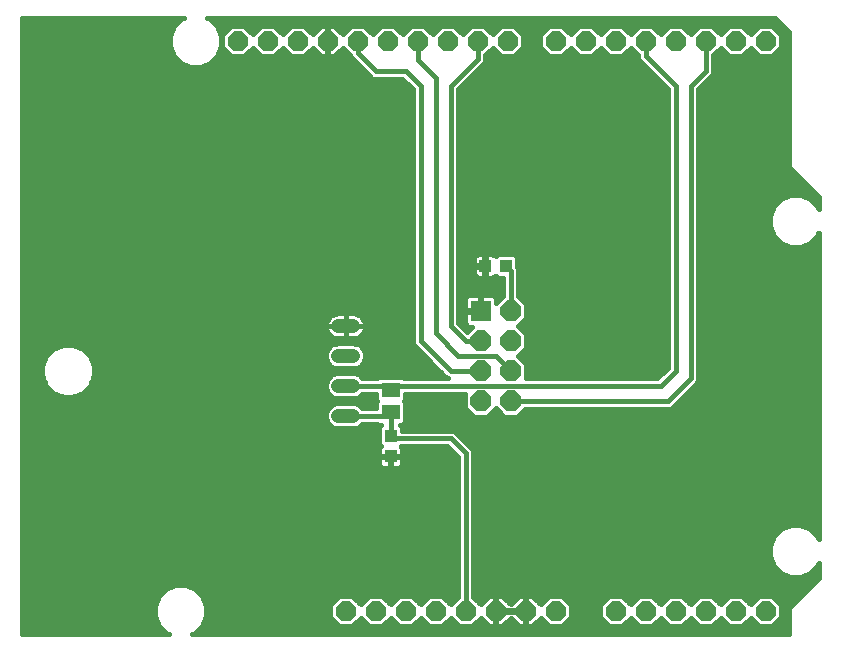
<source format=gtl>
G04 This is an RS-274x file exported by *
G04 gerbv version 2.6.1 *
G04 More information is available about gerbv at *
G04 http://gerbv.geda-project.org/ *
G04 --End of header info--*
%MOIN*%
%FSLAX34Y34*%
%IPPOS*%
G04 --Define apertures--*
%AMMACRO10*
5,1,8,0.000000,0.000000,0.071438,22.500000*
%
%ADD10MACRO10*%
%ADD11C,0.0472*%
%ADD12R,0.0425X0.0413*%
%ADD13R,0.0630X0.0512*%
%ADD14R,0.0413X0.0425*%
%ADD15R,0.0700X0.0700*%
%AMMACRO16*
5,1,8,0.000000,0.000000,0.075767,22.500000*
%
%ADD16MACRO16*%
%ADD17C,0.0160*%
G04 --Start main section--*
G54D10*
G01X0013260Y0001500D03*
G01X0014260Y0001500D03*
G01X0015260Y0001500D03*
G01X0016260Y0001500D03*
G01X0017260Y0001500D03*
G01X0018260Y0001500D03*
G01X0019260Y0001500D03*
G01X0020260Y0001500D03*
G01X0022260Y0001500D03*
G01X0023260Y0001500D03*
G01X0024260Y0001500D03*
G01X0025260Y0001500D03*
G01X0026260Y0001500D03*
G01X0027260Y0001500D03*
G01X0027260Y0020500D03*
G01X0026260Y0020500D03*
G01X0025260Y0020500D03*
G01X0024260Y0020500D03*
G01X0023260Y0020500D03*
G01X0022260Y0020500D03*
G01X0021260Y0020500D03*
G01X0020260Y0020500D03*
G01X0018660Y0020500D03*
G01X0017660Y0020500D03*
G01X0016660Y0020500D03*
G01X0015660Y0020500D03*
G01X0014660Y0020500D03*
G01X0013660Y0020500D03*
G01X0012659Y0020500D03*
G01X0011660Y0020500D03*
G01X0010660Y0020500D03*
G01X0009660Y0020500D03*
G54D11*
G01X0013023Y0011000D02*
G01X0013496Y0011000D01*
G01X0013496Y0010000D02*
G01X0013023Y0010000D01*
G01X0013023Y0009000D02*
G01X0013496Y0009000D01*
G01X0013496Y0008000D02*
G01X0013023Y0008000D01*
G54D12*
G01X0014760Y0007345D03*
G01X0014760Y0006656D03*
G54D13*
G01X0014760Y0008126D03*
G01X0014760Y0008874D03*
G54D14*
G01X0017915Y0013000D03*
G01X0018604Y0013000D03*
G54D15*
G01X0017760Y0011500D03*
G54D16*
G01X0018760Y0011500D03*
G01X0018760Y0010500D03*
G01X0017760Y0010500D03*
G01X0017760Y0009500D03*
G01X0018760Y0009500D03*
G01X0018760Y0008500D03*
G01X0017760Y0008500D03*
G54D17*
G01X0002490Y0000730D02*
G01X0002490Y0021270D01*
G01X0002490Y0021270D02*
G01X0007871Y0021270D01*
G01X0007871Y0021270D02*
G01X0007772Y0021229D01*
G01X0007772Y0021229D02*
G01X0007531Y0020987D01*
G01X0007531Y0020987D02*
G01X0007400Y0020671D01*
G01X0007400Y0020671D02*
G01X0007400Y0020329D01*
G01X0007400Y0020329D02*
G01X0007531Y0020013D01*
G01X0007531Y0020013D02*
G01X0007772Y0019771D01*
G01X0007772Y0019771D02*
G01X0008089Y0019640D01*
G01X0008089Y0019640D02*
G01X0008431Y0019640D01*
G01X0008431Y0019640D02*
G01X0008747Y0019771D01*
G01X0008747Y0019771D02*
G01X0008989Y0020013D01*
G01X0008989Y0020013D02*
G01X0009119Y0020329D01*
G01X0009119Y0020329D02*
G01X0009119Y0020671D01*
G01X0009119Y0020671D02*
G01X0008989Y0020987D01*
G01X0008989Y0020987D02*
G01X0008747Y0021229D01*
G01X0008747Y0021229D02*
G01X0008648Y0021270D01*
G01X0008648Y0021270D02*
G01X0027564Y0021270D01*
G01X0027564Y0021270D02*
G01X0028030Y0020805D01*
G01X0028030Y0020805D02*
G01X0028030Y0016305D01*
G01X0028030Y0016305D02*
G01X0028164Y0016170D01*
G01X0028164Y0016170D02*
G01X0029030Y0015305D01*
G01X0029030Y0015305D02*
G01X0029030Y0014888D01*
G01X0029030Y0014888D02*
G01X0028989Y0014987D01*
G01X0028989Y0014987D02*
G01X0028747Y0015229D01*
G01X0028747Y0015229D02*
G01X0028431Y0015360D01*
G01X0028431Y0015360D02*
G01X0028089Y0015360D01*
G01X0028089Y0015360D02*
G01X0027772Y0015229D01*
G01X0027772Y0015229D02*
G01X0027531Y0014987D01*
G01X0027531Y0014987D02*
G01X0027400Y0014671D01*
G01X0027400Y0014671D02*
G01X0027400Y0014329D01*
G01X0027400Y0014329D02*
G01X0027531Y0014013D01*
G01X0027531Y0014013D02*
G01X0027772Y0013771D01*
G01X0027772Y0013771D02*
G01X0028089Y0013640D01*
G01X0028089Y0013640D02*
G01X0028431Y0013640D01*
G01X0028431Y0013640D02*
G01X0028747Y0013771D01*
G01X0028747Y0013771D02*
G01X0028989Y0014013D01*
G01X0028989Y0014013D02*
G01X0029030Y0014112D01*
G01X0029030Y0014112D02*
G01X0029030Y0003888D01*
G01X0029030Y0003888D02*
G01X0028989Y0003987D01*
G01X0028989Y0003987D02*
G01X0028747Y0004229D01*
G01X0028747Y0004229D02*
G01X0028431Y0004360D01*
G01X0028431Y0004360D02*
G01X0028089Y0004360D01*
G01X0028089Y0004360D02*
G01X0027772Y0004229D01*
G01X0027772Y0004229D02*
G01X0027531Y0003987D01*
G01X0027531Y0003987D02*
G01X0027400Y0003671D01*
G01X0027400Y0003671D02*
G01X0027400Y0003329D01*
G01X0027400Y0003329D02*
G01X0027531Y0003013D01*
G01X0027531Y0003013D02*
G01X0027772Y0002771D01*
G01X0027772Y0002771D02*
G01X0028089Y0002640D01*
G01X0028089Y0002640D02*
G01X0028431Y0002640D01*
G01X0028431Y0002640D02*
G01X0028747Y0002771D01*
G01X0028747Y0002771D02*
G01X0028989Y0003013D01*
G01X0028989Y0003013D02*
G01X0029030Y0003112D01*
G01X0029030Y0003112D02*
G01X0029030Y0002595D01*
G01X0029030Y0002595D02*
G01X0028030Y0001595D01*
G01X0028030Y0001595D02*
G01X0028030Y0000730D01*
G01X0028030Y0000730D02*
G01X0008148Y0000730D01*
G01X0008148Y0000730D02*
G01X0008247Y0000771D01*
G01X0008247Y0000771D02*
G01X0008489Y0001013D01*
G01X0008489Y0001013D02*
G01X0008619Y0001329D01*
G01X0008619Y0001329D02*
G01X0008619Y0001671D01*
G01X0008619Y0001671D02*
G01X0008489Y0001987D01*
G01X0008489Y0001987D02*
G01X0008247Y0002229D01*
G01X0008247Y0002229D02*
G01X0007931Y0002360D01*
G01X0007931Y0002360D02*
G01X0007589Y0002360D01*
G01X0007589Y0002360D02*
G01X0007272Y0002229D01*
G01X0007272Y0002229D02*
G01X0007030Y0001987D01*
G01X0007030Y0001987D02*
G01X0006900Y0001671D01*
G01X0006900Y0001671D02*
G01X0006900Y0001329D01*
G01X0006900Y0001329D02*
G01X0007030Y0001013D01*
G01X0007030Y0001013D02*
G01X0007272Y0000771D01*
G01X0007272Y0000771D02*
G01X0007371Y0000730D01*
G01X0007371Y0000730D02*
G01X0002490Y0000730D01*
G01X0002490Y0000820D02*
G01X0007224Y0000820D01*
G01X0007064Y0000980D02*
G01X0002490Y0000980D01*
G01X0002490Y0001139D02*
G01X0006978Y0001139D01*
G01X0006912Y0001299D02*
G01X0002490Y0001299D01*
G01X0002490Y0001459D02*
G01X0006900Y0001459D01*
G01X0006900Y0001619D02*
G01X0002490Y0001619D01*
G01X0002490Y0001779D02*
G01X0006944Y0001779D01*
G01X0007010Y0001939D02*
G01X0002490Y0001939D01*
G01X0002490Y0002099D02*
G01X0007142Y0002099D01*
G01X0007343Y0002258D02*
G01X0002490Y0002258D01*
G01X0002490Y0002418D02*
G01X0017000Y0002418D01*
G01X0017000Y0002258D02*
G01X0008176Y0002258D01*
G01X0008377Y0002099D02*
G01X0017000Y0002099D01*
G01X0017000Y0001961D02*
G01X0016760Y0001721D01*
G01X0016760Y0001721D02*
G01X0016471Y0002010D01*
G01X0016471Y0002010D02*
G01X0016048Y0002010D01*
G01X0016048Y0002010D02*
G01X0015760Y0001721D01*
G01X0015760Y0001721D02*
G01X0015471Y0002010D01*
G01X0015471Y0002010D02*
G01X0015048Y0002010D01*
G01X0015048Y0002010D02*
G01X0014760Y0001721D01*
G01X0014760Y0001721D02*
G01X0014471Y0002010D01*
G01X0014471Y0002010D02*
G01X0014048Y0002010D01*
G01X0014048Y0002010D02*
G01X0013760Y0001721D01*
G01X0013760Y0001721D02*
G01X0013471Y0002010D01*
G01X0013471Y0002010D02*
G01X0013048Y0002010D01*
G01X0013048Y0002010D02*
G01X0012750Y0001711D01*
G01X0012750Y0001711D02*
G01X0012750Y0001289D01*
G01X0012750Y0001289D02*
G01X0013048Y0000990D01*
G01X0013048Y0000990D02*
G01X0013471Y0000990D01*
G01X0013471Y0000990D02*
G01X0013760Y0001279D01*
G01X0013760Y0001279D02*
G01X0014048Y0000990D01*
G01X0014048Y0000990D02*
G01X0014471Y0000990D01*
G01X0014471Y0000990D02*
G01X0014760Y0001279D01*
G01X0014760Y0001279D02*
G01X0015048Y0000990D01*
G01X0015048Y0000990D02*
G01X0015471Y0000990D01*
G01X0015471Y0000990D02*
G01X0015760Y0001279D01*
G01X0015760Y0001279D02*
G01X0016048Y0000990D01*
G01X0016048Y0000990D02*
G01X0016471Y0000990D01*
G01X0016471Y0000990D02*
G01X0016760Y0001279D01*
G01X0016760Y0001279D02*
G01X0017048Y0000990D01*
G01X0017048Y0000990D02*
G01X0017471Y0000990D01*
G01X0017471Y0000990D02*
G01X0017760Y0001279D01*
G01X0017760Y0001279D02*
G01X0018048Y0000990D01*
G01X0018048Y0000990D02*
G01X0018241Y0000990D01*
G01X0018241Y0000990D02*
G01X0018241Y0001482D01*
G01X0018241Y0001482D02*
G01X0018278Y0001482D01*
G01X0018278Y0001482D02*
G01X0018278Y0000990D01*
G01X0018278Y0000990D02*
G01X0018471Y0000990D01*
G01X0018471Y0000990D02*
G01X0018760Y0001279D01*
G01X0018760Y0001279D02*
G01X0019048Y0000990D01*
G01X0019048Y0000990D02*
G01X0019241Y0000990D01*
G01X0019241Y0000990D02*
G01X0019241Y0001482D01*
G01X0019241Y0001482D02*
G01X0018278Y0001482D01*
G01X0018278Y0001482D02*
G01X0018278Y0001518D01*
G01X0018278Y0001518D02*
G01X0018241Y0001518D01*
G01X0018241Y0001518D02*
G01X0018241Y0002010D01*
G01X0018241Y0002010D02*
G01X0018048Y0002010D01*
G01X0018048Y0002010D02*
G01X0017760Y0001721D01*
G01X0017760Y0001721D02*
G01X0017520Y0001961D01*
G01X0017520Y0001961D02*
G01X0017520Y0006802D01*
G01X0017520Y0006802D02*
G01X0017480Y0006897D01*
G01X0017480Y0006897D02*
G01X0016980Y0007397D01*
G01X0016980Y0007397D02*
G01X0016907Y0007470D01*
G01X0016907Y0007470D02*
G01X0016811Y0007510D01*
G01X0016811Y0007510D02*
G01X0015152Y0007510D01*
G01X0015152Y0007510D02*
G01X0015152Y0007626D01*
G01X0015152Y0007626D02*
G01X0015088Y0007690D01*
G01X0015088Y0007690D02*
G01X0015149Y0007690D01*
G01X0015149Y0007690D02*
G01X0015255Y0007796D01*
G01X0015255Y0007796D02*
G01X0015255Y0008456D01*
G01X0015255Y0008456D02*
G01X0015211Y0008500D01*
G01X0015211Y0008500D02*
G01X0015255Y0008544D01*
G01X0015255Y0008544D02*
G01X0015255Y0008740D01*
G01X0015255Y0008740D02*
G01X0017250Y0008740D01*
G01X0017250Y0008740D02*
G01X0017230Y0008720D01*
G01X0017230Y0008720D02*
G01X0017230Y0008281D01*
G01X0017230Y0008281D02*
G01X0017540Y0007970D01*
G01X0017540Y0007970D02*
G01X0017979Y0007970D01*
G01X0017979Y0007970D02*
G01X0018260Y0008251D01*
G01X0018260Y0008251D02*
G01X0018540Y0007970D01*
G01X0018540Y0007970D02*
G01X0018979Y0007970D01*
G01X0018979Y0007970D02*
G01X0019249Y0008240D01*
G01X0019249Y0008240D02*
G01X0024061Y0008240D01*
G01X0024061Y0008240D02*
G01X0024157Y0008280D01*
G01X0024157Y0008280D02*
G01X0024230Y0008353D01*
G01X0024230Y0008353D02*
G01X0024980Y0009103D01*
G01X0024980Y0009103D02*
G01X0025020Y0009198D01*
G01X0025020Y0009198D02*
G01X0025020Y0018892D01*
G01X0025020Y0018892D02*
G01X0025480Y0019353D01*
G01X0025480Y0019353D02*
G01X0025520Y0019448D01*
G01X0025520Y0019448D02*
G01X0025520Y0020039D01*
G01X0025520Y0020039D02*
G01X0025760Y0020279D01*
G01X0025760Y0020279D02*
G01X0026048Y0019990D01*
G01X0026048Y0019990D02*
G01X0026471Y0019990D01*
G01X0026471Y0019990D02*
G01X0026760Y0020279D01*
G01X0026760Y0020279D02*
G01X0027048Y0019990D01*
G01X0027048Y0019990D02*
G01X0027471Y0019990D01*
G01X0027471Y0019990D02*
G01X0027769Y0020289D01*
G01X0027769Y0020289D02*
G01X0027769Y0020711D01*
G01X0027769Y0020711D02*
G01X0027471Y0021010D01*
G01X0027471Y0021010D02*
G01X0027048Y0021010D01*
G01X0027048Y0021010D02*
G01X0026760Y0020721D01*
G01X0026760Y0020721D02*
G01X0026471Y0021010D01*
G01X0026471Y0021010D02*
G01X0026048Y0021010D01*
G01X0026048Y0021010D02*
G01X0025760Y0020721D01*
G01X0025760Y0020721D02*
G01X0025471Y0021010D01*
G01X0025471Y0021010D02*
G01X0025048Y0021010D01*
G01X0025048Y0021010D02*
G01X0024760Y0020721D01*
G01X0024760Y0020721D02*
G01X0024471Y0021010D01*
G01X0024471Y0021010D02*
G01X0024048Y0021010D01*
G01X0024048Y0021010D02*
G01X0023760Y0020721D01*
G01X0023760Y0020721D02*
G01X0023471Y0021010D01*
G01X0023471Y0021010D02*
G01X0023048Y0021010D01*
G01X0023048Y0021010D02*
G01X0022760Y0020721D01*
G01X0022760Y0020721D02*
G01X0022471Y0021010D01*
G01X0022471Y0021010D02*
G01X0022048Y0021010D01*
G01X0022048Y0021010D02*
G01X0021760Y0020721D01*
G01X0021760Y0020721D02*
G01X0021471Y0021010D01*
G01X0021471Y0021010D02*
G01X0021048Y0021010D01*
G01X0021048Y0021010D02*
G01X0020760Y0020721D01*
G01X0020760Y0020721D02*
G01X0020471Y0021010D01*
G01X0020471Y0021010D02*
G01X0020048Y0021010D01*
G01X0020048Y0021010D02*
G01X0019750Y0020711D01*
G01X0019750Y0020711D02*
G01X0019750Y0020289D01*
G01X0019750Y0020289D02*
G01X0020048Y0019990D01*
G01X0020048Y0019990D02*
G01X0020471Y0019990D01*
G01X0020471Y0019990D02*
G01X0020760Y0020279D01*
G01X0020760Y0020279D02*
G01X0021048Y0019990D01*
G01X0021048Y0019990D02*
G01X0021471Y0019990D01*
G01X0021471Y0019990D02*
G01X0021760Y0020279D01*
G01X0021760Y0020279D02*
G01X0022048Y0019990D01*
G01X0022048Y0019990D02*
G01X0022471Y0019990D01*
G01X0022471Y0019990D02*
G01X0022760Y0020279D01*
G01X0022760Y0020279D02*
G01X0023000Y0020039D01*
G01X0023000Y0020039D02*
G01X0023000Y0019948D01*
G01X0023000Y0019948D02*
G01X0023039Y0019853D01*
G01X0023039Y0019853D02*
G01X0024000Y0018892D01*
G01X0024000Y0018892D02*
G01X0024000Y0009608D01*
G01X0024000Y0009608D02*
G01X0023652Y0009260D01*
G01X0023652Y0009260D02*
G01X0019269Y0009260D01*
G01X0019269Y0009260D02*
G01X0019290Y0009281D01*
G01X0019290Y0009281D02*
G01X0019290Y0009720D01*
G01X0019290Y0009720D02*
G01X0019009Y0010000D01*
G01X0019009Y0010000D02*
G01X0019290Y0010280D01*
G01X0019290Y0010280D02*
G01X0019290Y0010720D01*
G01X0019290Y0010720D02*
G01X0019009Y0011000D01*
G01X0019009Y0011000D02*
G01X0019290Y0011281D01*
G01X0019290Y0011281D02*
G01X0019290Y0011720D01*
G01X0019290Y0011720D02*
G01X0019020Y0011990D01*
G01X0019020Y0011990D02*
G01X0019020Y0012896D01*
G01X0019020Y0012896D02*
G01X0018991Y0012966D01*
G01X0018991Y0012966D02*
G01X0018991Y0013287D01*
G01X0018991Y0013287D02*
G01X0018885Y0013393D01*
G01X0018885Y0013393D02*
G01X0018323Y0013393D01*
G01X0018323Y0013393D02*
G01X0018260Y0013329D01*
G01X0018260Y0013329D02*
G01X0018232Y0013357D01*
G01X0018232Y0013357D02*
G01X0018191Y0013380D01*
G01X0018191Y0013380D02*
G01X0018145Y0013393D01*
G01X0018145Y0013393D02*
G01X0017938Y0013393D01*
G01X0017938Y0013393D02*
G01X0017938Y0013023D01*
G01X0017938Y0013023D02*
G01X0017892Y0013023D01*
G01X0017892Y0013023D02*
G01X0017892Y0013393D01*
G01X0017892Y0013393D02*
G01X0017685Y0013393D01*
G01X0017685Y0013393D02*
G01X0017639Y0013380D01*
G01X0017639Y0013380D02*
G01X0017598Y0013357D01*
G01X0017598Y0013357D02*
G01X0017564Y0013323D01*
G01X0017564Y0013323D02*
G01X0017541Y0013282D01*
G01X0017541Y0013282D02*
G01X0017528Y0013236D01*
G01X0017528Y0013236D02*
G01X0017528Y0013023D01*
G01X0017528Y0013023D02*
G01X0017892Y0013023D01*
G01X0017892Y0013023D02*
G01X0017892Y0012977D01*
G01X0017892Y0012977D02*
G01X0017528Y0012977D01*
G01X0017528Y0012977D02*
G01X0017528Y0012764D01*
G01X0017528Y0012764D02*
G01X0017541Y0012718D01*
G01X0017541Y0012718D02*
G01X0017564Y0012677D01*
G01X0017564Y0012677D02*
G01X0017598Y0012643D01*
G01X0017598Y0012643D02*
G01X0017639Y0012620D01*
G01X0017639Y0012620D02*
G01X0017685Y0012607D01*
G01X0017685Y0012607D02*
G01X0017892Y0012607D01*
G01X0017892Y0012607D02*
G01X0017892Y0012977D01*
G01X0017892Y0012977D02*
G01X0017938Y0012977D01*
G01X0017938Y0012977D02*
G01X0017938Y0012607D01*
G01X0017938Y0012607D02*
G01X0018145Y0012607D01*
G01X0018145Y0012607D02*
G01X0018191Y0012620D01*
G01X0018191Y0012620D02*
G01X0018232Y0012643D01*
G01X0018232Y0012643D02*
G01X0018260Y0012671D01*
G01X0018260Y0012671D02*
G01X0018323Y0012607D01*
G01X0018323Y0012607D02*
G01X0018500Y0012607D01*
G01X0018500Y0012607D02*
G01X0018500Y0011990D01*
G01X0018500Y0011990D02*
G01X0018290Y0011780D01*
G01X0018290Y0011780D02*
G01X0018290Y0011874D01*
G01X0018290Y0011874D02*
G01X0018277Y0011920D01*
G01X0018277Y0011920D02*
G01X0018254Y0011961D01*
G01X0018254Y0011961D02*
G01X0018220Y0011994D01*
G01X0018220Y0011994D02*
G01X0018179Y0012018D01*
G01X0018179Y0012018D02*
G01X0018133Y0012030D01*
G01X0018133Y0012030D02*
G01X0017778Y0012030D01*
G01X0017778Y0012030D02*
G01X0017778Y0011518D01*
G01X0017778Y0011518D02*
G01X0017741Y0011518D01*
G01X0017741Y0011518D02*
G01X0017741Y0011482D01*
G01X0017741Y0011482D02*
G01X0017230Y0011482D01*
G01X0017230Y0011482D02*
G01X0017230Y0011126D01*
G01X0017230Y0011126D02*
G01X0017242Y0011081D01*
G01X0017242Y0011081D02*
G01X0017266Y0011040D01*
G01X0017266Y0011040D02*
G01X0017299Y0011006D01*
G01X0017299Y0011006D02*
G01X0017340Y0010982D01*
G01X0017340Y0010982D02*
G01X0017386Y0010970D01*
G01X0017386Y0010970D02*
G01X0017480Y0010970D01*
G01X0017480Y0010970D02*
G01X0017319Y0010809D01*
G01X0017319Y0010809D02*
G01X0017020Y0011108D01*
G01X0017020Y0011108D02*
G01X0017020Y0018892D01*
G01X0017020Y0018892D02*
G01X0017880Y0019753D01*
G01X0017880Y0019753D02*
G01X0017920Y0019848D01*
G01X0017920Y0019848D02*
G01X0017920Y0020039D01*
G01X0017920Y0020039D02*
G01X0018160Y0020279D01*
G01X0018160Y0020279D02*
G01X0018448Y0019990D01*
G01X0018448Y0019990D02*
G01X0018871Y0019990D01*
G01X0018871Y0019990D02*
G01X0019170Y0020289D01*
G01X0019170Y0020289D02*
G01X0019170Y0020711D01*
G01X0019170Y0020711D02*
G01X0018871Y0021010D01*
G01X0018871Y0021010D02*
G01X0018448Y0021010D01*
G01X0018448Y0021010D02*
G01X0018160Y0020721D01*
G01X0018160Y0020721D02*
G01X0017871Y0021010D01*
G01X0017871Y0021010D02*
G01X0017448Y0021010D01*
G01X0017448Y0021010D02*
G01X0017160Y0020721D01*
G01X0017160Y0020721D02*
G01X0016871Y0021010D01*
G01X0016871Y0021010D02*
G01X0016448Y0021010D01*
G01X0016448Y0021010D02*
G01X0016160Y0020721D01*
G01X0016160Y0020721D02*
G01X0015871Y0021010D01*
G01X0015871Y0021010D02*
G01X0015448Y0021010D01*
G01X0015448Y0021010D02*
G01X0015159Y0020721D01*
G01X0015159Y0020721D02*
G01X0014871Y0021010D01*
G01X0014871Y0021010D02*
G01X0014448Y0021010D01*
G01X0014448Y0021010D02*
G01X0014160Y0020721D01*
G01X0014160Y0020721D02*
G01X0013871Y0021010D01*
G01X0013871Y0021010D02*
G01X0013448Y0021010D01*
G01X0013448Y0021010D02*
G01X0013160Y0020721D01*
G01X0013160Y0020721D02*
G01X0012871Y0021010D01*
G01X0012871Y0021010D02*
G01X0012678Y0021010D01*
G01X0012678Y0021010D02*
G01X0012678Y0020518D01*
G01X0012678Y0020518D02*
G01X0012641Y0020518D01*
G01X0012641Y0020518D02*
G01X0012641Y0021010D01*
G01X0012641Y0021010D02*
G01X0012448Y0021010D01*
G01X0012448Y0021010D02*
G01X0012160Y0020721D01*
G01X0012160Y0020721D02*
G01X0011871Y0021010D01*
G01X0011871Y0021010D02*
G01X0011448Y0021010D01*
G01X0011448Y0021010D02*
G01X0011160Y0020721D01*
G01X0011160Y0020721D02*
G01X0010871Y0021010D01*
G01X0010871Y0021010D02*
G01X0010448Y0021010D01*
G01X0010448Y0021010D02*
G01X0010159Y0020721D01*
G01X0010159Y0020721D02*
G01X0009871Y0021010D01*
G01X0009871Y0021010D02*
G01X0009448Y0021010D01*
G01X0009448Y0021010D02*
G01X0009150Y0020711D01*
G01X0009150Y0020711D02*
G01X0009150Y0020289D01*
G01X0009150Y0020289D02*
G01X0009448Y0019990D01*
G01X0009448Y0019990D02*
G01X0009871Y0019990D01*
G01X0009871Y0019990D02*
G01X0010159Y0020279D01*
G01X0010159Y0020279D02*
G01X0010448Y0019990D01*
G01X0010448Y0019990D02*
G01X0010871Y0019990D01*
G01X0010871Y0019990D02*
G01X0011160Y0020279D01*
G01X0011160Y0020279D02*
G01X0011448Y0019990D01*
G01X0011448Y0019990D02*
G01X0011871Y0019990D01*
G01X0011871Y0019990D02*
G01X0012160Y0020279D01*
G01X0012160Y0020279D02*
G01X0012448Y0019990D01*
G01X0012448Y0019990D02*
G01X0012641Y0019990D01*
G01X0012641Y0019990D02*
G01X0012641Y0020482D01*
G01X0012641Y0020482D02*
G01X0012678Y0020482D01*
G01X0012678Y0020482D02*
G01X0012678Y0019990D01*
G01X0012678Y0019990D02*
G01X0012871Y0019990D01*
G01X0012871Y0019990D02*
G01X0013160Y0020279D01*
G01X0013160Y0020279D02*
G01X0013406Y0020032D01*
G01X0013406Y0020032D02*
G01X0013439Y0019953D01*
G01X0013439Y0019953D02*
G01X0014039Y0019353D01*
G01X0014039Y0019353D02*
G01X0014112Y0019280D01*
G01X0014112Y0019280D02*
G01X0014208Y0019240D01*
G01X0014208Y0019240D02*
G01X0015152Y0019240D01*
G01X0015152Y0019240D02*
G01X0015500Y0018892D01*
G01X0015500Y0018892D02*
G01X0015500Y0010448D01*
G01X0015500Y0010448D02*
G01X0015539Y0010353D01*
G01X0015539Y0010353D02*
G01X0016612Y0009280D01*
G01X0016612Y0009280D02*
G01X0016660Y0009260D01*
G01X0016660Y0009260D02*
G01X0015199Y0009260D01*
G01X0015199Y0009260D02*
G01X0015149Y0009310D01*
G01X0015149Y0009310D02*
G01X0014370Y0009310D01*
G01X0014370Y0009310D02*
G01X0014320Y0009260D01*
G01X0014320Y0009260D02*
G01X0013824Y0009260D01*
G01X0013824Y0009260D02*
G01X0013732Y0009353D01*
G01X0013732Y0009353D02*
G01X0013579Y0009416D01*
G01X0013579Y0009416D02*
G01X0012941Y0009416D01*
G01X0012941Y0009416D02*
G01X0012788Y0009353D01*
G01X0012788Y0009353D02*
G01X0012670Y0009236D01*
G01X0012670Y0009236D02*
G01X0012607Y0009083D01*
G01X0012607Y0009083D02*
G01X0012607Y0008917D01*
G01X0012607Y0008917D02*
G01X0012670Y0008764D01*
G01X0012670Y0008764D02*
G01X0012788Y0008647D01*
G01X0012788Y0008647D02*
G01X0012941Y0008584D01*
G01X0012941Y0008584D02*
G01X0013579Y0008584D01*
G01X0013579Y0008584D02*
G01X0013732Y0008647D01*
G01X0013732Y0008647D02*
G01X0013824Y0008740D01*
G01X0013824Y0008740D02*
G01X0014265Y0008740D01*
G01X0014265Y0008740D02*
G01X0014265Y0008544D01*
G01X0014265Y0008544D02*
G01X0014308Y0008500D01*
G01X0014308Y0008500D02*
G01X0014265Y0008456D01*
G01X0014265Y0008456D02*
G01X0014265Y0008260D01*
G01X0014265Y0008260D02*
G01X0013824Y0008260D01*
G01X0013824Y0008260D02*
G01X0013732Y0008353D01*
G01X0013732Y0008353D02*
G01X0013579Y0008416D01*
G01X0013579Y0008416D02*
G01X0012941Y0008416D01*
G01X0012941Y0008416D02*
G01X0012788Y0008353D01*
G01X0012788Y0008353D02*
G01X0012670Y0008236D01*
G01X0012670Y0008236D02*
G01X0012607Y0008083D01*
G01X0012607Y0008083D02*
G01X0012607Y0007917D01*
G01X0012607Y0007917D02*
G01X0012670Y0007764D01*
G01X0012670Y0007764D02*
G01X0012788Y0007647D01*
G01X0012788Y0007647D02*
G01X0012941Y0007584D01*
G01X0012941Y0007584D02*
G01X0013579Y0007584D01*
G01X0013579Y0007584D02*
G01X0013732Y0007647D01*
G01X0013732Y0007647D02*
G01X0013824Y0007740D01*
G01X0013824Y0007740D02*
G01X0014320Y0007740D01*
G01X0014320Y0007740D02*
G01X0014370Y0007690D01*
G01X0014370Y0007690D02*
G01X0014431Y0007690D01*
G01X0014431Y0007690D02*
G01X0014367Y0007626D01*
G01X0014367Y0007626D02*
G01X0014367Y0007063D01*
G01X0014367Y0007063D02*
G01X0014430Y0007000D01*
G01X0014430Y0007000D02*
G01X0014403Y0006973D01*
G01X0014403Y0006973D02*
G01X0014379Y0006932D01*
G01X0014379Y0006932D02*
G01X0014367Y0006886D01*
G01X0014367Y0006886D02*
G01X0014367Y0006679D01*
G01X0014367Y0006679D02*
G01X0014736Y0006679D01*
G01X0014736Y0006679D02*
G01X0014736Y0006632D01*
G01X0014736Y0006632D02*
G01X0014783Y0006632D01*
G01X0014783Y0006632D02*
G01X0014783Y0006679D01*
G01X0014783Y0006679D02*
G01X0015152Y0006679D01*
G01X0015152Y0006679D02*
G01X0015152Y0006886D01*
G01X0015152Y0006886D02*
G01X0015140Y0006932D01*
G01X0015140Y0006932D02*
G01X0015116Y0006973D01*
G01X0015116Y0006973D02*
G01X0015099Y0006990D01*
G01X0015099Y0006990D02*
G01X0016652Y0006990D01*
G01X0016652Y0006990D02*
G01X0017000Y0006642D01*
G01X0017000Y0006642D02*
G01X0017000Y0001961D01*
G01X0016977Y0001939D02*
G01X0016542Y0001939D01*
G01X0016702Y0001779D02*
G01X0016817Y0001779D01*
G01X0017260Y0001500D02*
G01X0017260Y0006750D01*
G01X0017260Y0006750D02*
G01X0016760Y0007250D01*
G01X0016760Y0007250D02*
G01X0014854Y0007250D01*
G01X0014854Y0007250D02*
G01X0014760Y0007345D01*
G01X0014760Y0007345D02*
G01X0014760Y0008126D01*
G01X0014760Y0008126D02*
G01X0014634Y0008000D01*
G01X0014634Y0008000D02*
G01X0013260Y0008000D01*
G01X0013778Y0007693D02*
G01X0014367Y0007693D01*
G01X0014367Y0007533D02*
G01X0002490Y0007533D01*
G01X0002490Y0007374D02*
G01X0014367Y0007374D01*
G01X0014367Y0007214D02*
G01X0002490Y0007214D01*
G01X0002490Y0007054D02*
G01X0014376Y0007054D01*
G01X0014369Y0006894D02*
G01X0002490Y0006894D01*
G01X0002490Y0006734D02*
G01X0014367Y0006734D01*
G01X0014367Y0006632D02*
G01X0014367Y0006425D01*
G01X0014367Y0006425D02*
G01X0014379Y0006379D01*
G01X0014379Y0006379D02*
G01X0014403Y0006338D01*
G01X0014403Y0006338D02*
G01X0014436Y0006305D01*
G01X0014436Y0006305D02*
G01X0014477Y0006281D01*
G01X0014477Y0006281D02*
G01X0014523Y0006269D01*
G01X0014523Y0006269D02*
G01X0014736Y0006269D01*
G01X0014736Y0006269D02*
G01X0014736Y0006632D01*
G01X0014736Y0006632D02*
G01X0014367Y0006632D01*
G01X0014367Y0006574D02*
G01X0002490Y0006574D01*
G01X0002490Y0006415D02*
G01X0014370Y0006415D01*
G01X0014736Y0006415D02*
G01X0014783Y0006415D01*
G01X0014783Y0006269D02*
G01X0014996Y0006269D01*
G01X0014996Y0006269D02*
G01X0015042Y0006281D01*
G01X0015042Y0006281D02*
G01X0015083Y0006305D01*
G01X0015083Y0006305D02*
G01X0015116Y0006338D01*
G01X0015116Y0006338D02*
G01X0015140Y0006379D01*
G01X0015140Y0006379D02*
G01X0015152Y0006425D01*
G01X0015152Y0006425D02*
G01X0015152Y0006632D01*
G01X0015152Y0006632D02*
G01X0014783Y0006632D01*
G01X0014783Y0006632D02*
G01X0014783Y0006269D01*
G01X0014783Y0006574D02*
G01X0014736Y0006574D01*
G01X0015152Y0006574D02*
G01X0017000Y0006574D01*
G01X0017000Y0006415D02*
G01X0015149Y0006415D01*
G01X0015152Y0006734D02*
G01X0016908Y0006734D01*
G01X0016748Y0006894D02*
G01X0015150Y0006894D01*
G01X0015152Y0007533D02*
G01X0029030Y0007533D01*
G01X0029030Y0007374D02*
G01X0017004Y0007374D01*
G01X0017164Y0007214D02*
G01X0029030Y0007214D01*
G01X0029030Y0007054D02*
G01X0017323Y0007054D01*
G01X0017481Y0006894D02*
G01X0029030Y0006894D01*
G01X0029030Y0006734D02*
G01X0017520Y0006734D01*
G01X0017520Y0006574D02*
G01X0029030Y0006574D01*
G01X0029030Y0006415D02*
G01X0017520Y0006415D01*
G01X0017520Y0006255D02*
G01X0029030Y0006255D01*
G01X0029030Y0006095D02*
G01X0017520Y0006095D01*
G01X0017520Y0005935D02*
G01X0029030Y0005935D01*
G01X0029030Y0005775D02*
G01X0017520Y0005775D01*
G01X0017520Y0005615D02*
G01X0029030Y0005615D01*
G01X0029030Y0005455D02*
G01X0017520Y0005455D01*
G01X0017520Y0005296D02*
G01X0029030Y0005296D01*
G01X0029030Y0005136D02*
G01X0017520Y0005136D01*
G01X0017520Y0004976D02*
G01X0029030Y0004976D01*
G01X0029030Y0004816D02*
G01X0017520Y0004816D01*
G01X0017520Y0004656D02*
G01X0029030Y0004656D01*
G01X0029030Y0004496D02*
G01X0017520Y0004496D01*
G01X0017520Y0004336D02*
G01X0028032Y0004336D01*
G01X0027720Y0004177D02*
G01X0017520Y0004177D01*
G01X0017520Y0004017D02*
G01X0027560Y0004017D01*
G01X0027477Y0003857D02*
G01X0017520Y0003857D01*
G01X0017520Y0003697D02*
G01X0027410Y0003697D01*
G01X0027400Y0003537D02*
G01X0017520Y0003537D01*
G01X0017520Y0003377D02*
G01X0027400Y0003377D01*
G01X0027446Y0003218D02*
G01X0017520Y0003218D01*
G01X0017520Y0003058D02*
G01X0027512Y0003058D01*
G01X0027646Y0002898D02*
G01X0017520Y0002898D01*
G01X0017520Y0002738D02*
G01X0027852Y0002738D01*
G01X0028667Y0002738D02*
G01X0029030Y0002738D01*
G01X0029030Y0002898D02*
G01X0028873Y0002898D01*
G01X0029007Y0003058D02*
G01X0029030Y0003058D01*
G01X0029012Y0002578D02*
G01X0017520Y0002578D01*
G01X0017520Y0002418D02*
G01X0028853Y0002418D01*
G01X0028693Y0002258D02*
G01X0017520Y0002258D01*
G01X0017520Y0002099D02*
G01X0028533Y0002099D01*
G01X0028373Y0001939D02*
G01X0027542Y0001939D01*
G01X0027471Y0002010D02*
G01X0027048Y0002010D01*
G01X0027048Y0002010D02*
G01X0026760Y0001721D01*
G01X0026760Y0001721D02*
G01X0026471Y0002010D01*
G01X0026471Y0002010D02*
G01X0026048Y0002010D01*
G01X0026048Y0002010D02*
G01X0025760Y0001721D01*
G01X0025760Y0001721D02*
G01X0025471Y0002010D01*
G01X0025471Y0002010D02*
G01X0025048Y0002010D01*
G01X0025048Y0002010D02*
G01X0024760Y0001721D01*
G01X0024760Y0001721D02*
G01X0024471Y0002010D01*
G01X0024471Y0002010D02*
G01X0024048Y0002010D01*
G01X0024048Y0002010D02*
G01X0023760Y0001721D01*
G01X0023760Y0001721D02*
G01X0023471Y0002010D01*
G01X0023471Y0002010D02*
G01X0023048Y0002010D01*
G01X0023048Y0002010D02*
G01X0022760Y0001721D01*
G01X0022760Y0001721D02*
G01X0022471Y0002010D01*
G01X0022471Y0002010D02*
G01X0022048Y0002010D01*
G01X0022048Y0002010D02*
G01X0021750Y0001711D01*
G01X0021750Y0001711D02*
G01X0021750Y0001289D01*
G01X0021750Y0001289D02*
G01X0022048Y0000990D01*
G01X0022048Y0000990D02*
G01X0022471Y0000990D01*
G01X0022471Y0000990D02*
G01X0022760Y0001279D01*
G01X0022760Y0001279D02*
G01X0023048Y0000990D01*
G01X0023048Y0000990D02*
G01X0023471Y0000990D01*
G01X0023471Y0000990D02*
G01X0023760Y0001279D01*
G01X0023760Y0001279D02*
G01X0024048Y0000990D01*
G01X0024048Y0000990D02*
G01X0024471Y0000990D01*
G01X0024471Y0000990D02*
G01X0024760Y0001279D01*
G01X0024760Y0001279D02*
G01X0025048Y0000990D01*
G01X0025048Y0000990D02*
G01X0025471Y0000990D01*
G01X0025471Y0000990D02*
G01X0025760Y0001279D01*
G01X0025760Y0001279D02*
G01X0026048Y0000990D01*
G01X0026048Y0000990D02*
G01X0026471Y0000990D01*
G01X0026471Y0000990D02*
G01X0026760Y0001279D01*
G01X0026760Y0001279D02*
G01X0027048Y0000990D01*
G01X0027048Y0000990D02*
G01X0027471Y0000990D01*
G01X0027471Y0000990D02*
G01X0027769Y0001289D01*
G01X0027769Y0001289D02*
G01X0027769Y0001711D01*
G01X0027769Y0001711D02*
G01X0027471Y0002010D01*
G01X0027702Y0001779D02*
G01X0028213Y0001779D01*
G01X0028053Y0001619D02*
G01X0027769Y0001619D01*
G01X0027769Y0001459D02*
G01X0028030Y0001459D01*
G01X0028030Y0001299D02*
G01X0027769Y0001299D01*
G01X0027620Y0001139D02*
G01X0028030Y0001139D01*
G01X0028030Y0000980D02*
G01X0008455Y0000980D01*
G01X0008541Y0001139D02*
G01X0012899Y0001139D01*
G01X0012750Y0001299D02*
G01X0008607Y0001299D01*
G01X0008619Y0001459D02*
G01X0012750Y0001459D01*
G01X0012750Y0001619D02*
G01X0008619Y0001619D01*
G01X0008575Y0001779D02*
G01X0012817Y0001779D01*
G01X0012977Y0001939D02*
G01X0008509Y0001939D01*
G01X0008295Y0000820D02*
G01X0028030Y0000820D01*
G01X0026899Y0001139D02*
G01X0026620Y0001139D01*
G01X0026702Y0001779D02*
G01X0026817Y0001779D01*
G01X0026977Y0001939D02*
G01X0026542Y0001939D01*
G01X0025977Y0001939D02*
G01X0025542Y0001939D01*
G01X0025702Y0001779D02*
G01X0025817Y0001779D01*
G01X0025899Y0001139D02*
G01X0025620Y0001139D01*
G01X0024899Y0001139D02*
G01X0024620Y0001139D01*
G01X0023899Y0001139D02*
G01X0023620Y0001139D01*
G01X0023702Y0001779D02*
G01X0023817Y0001779D01*
G01X0023977Y0001939D02*
G01X0023542Y0001939D01*
G01X0022977Y0001939D02*
G01X0022542Y0001939D01*
G01X0022702Y0001779D02*
G01X0022817Y0001779D01*
G01X0022899Y0001139D02*
G01X0022620Y0001139D01*
G01X0021899Y0001139D02*
G01X0020620Y0001139D01*
G01X0020770Y0001289D02*
G01X0020770Y0001711D01*
G01X0020770Y0001711D02*
G01X0020471Y0002010D01*
G01X0020471Y0002010D02*
G01X0020048Y0002010D01*
G01X0020048Y0002010D02*
G01X0019760Y0001721D01*
G01X0019760Y0001721D02*
G01X0019471Y0002010D01*
G01X0019471Y0002010D02*
G01X0019278Y0002010D01*
G01X0019278Y0002010D02*
G01X0019278Y0001518D01*
G01X0019278Y0001518D02*
G01X0019241Y0001518D01*
G01X0019241Y0001518D02*
G01X0019241Y0001482D01*
G01X0019241Y0001482D02*
G01X0019278Y0001482D01*
G01X0019278Y0001482D02*
G01X0019278Y0000990D01*
G01X0019278Y0000990D02*
G01X0019471Y0000990D01*
G01X0019471Y0000990D02*
G01X0019760Y0001279D01*
G01X0019760Y0001279D02*
G01X0020048Y0000990D01*
G01X0020048Y0000990D02*
G01X0020471Y0000990D01*
G01X0020471Y0000990D02*
G01X0020770Y0001289D01*
G01X0020770Y0001299D02*
G01X0021750Y0001299D01*
G01X0021750Y0001459D02*
G01X0020770Y0001459D01*
G01X0020770Y0001619D02*
G01X0021750Y0001619D01*
G01X0021817Y0001779D02*
G01X0020702Y0001779D01*
G01X0020542Y0001939D02*
G01X0021977Y0001939D01*
G01X0019977Y0001939D02*
G01X0019542Y0001939D01*
G01X0019702Y0001779D02*
G01X0019817Y0001779D01*
G01X0019278Y0001779D02*
G01X0019241Y0001779D01*
G01X0019241Y0001619D02*
G01X0019278Y0001619D01*
G01X0019241Y0001518D02*
G01X0019241Y0002010D01*
G01X0019241Y0002010D02*
G01X0019048Y0002010D01*
G01X0019048Y0002010D02*
G01X0018760Y0001721D01*
G01X0018760Y0001721D02*
G01X0018471Y0002010D01*
G01X0018471Y0002010D02*
G01X0018278Y0002010D01*
G01X0018278Y0002010D02*
G01X0018278Y0001518D01*
G01X0018278Y0001518D02*
G01X0018770Y0001518D01*
G01X0018770Y0001518D02*
G01X0019241Y0001518D01*
G01X0019241Y0001459D02*
G01X0019278Y0001459D01*
G01X0019278Y0001299D02*
G01X0019241Y0001299D01*
G01X0019241Y0001139D02*
G01X0019278Y0001139D01*
G01X0019620Y0001139D02*
G01X0019899Y0001139D01*
G01X0018899Y0001139D02*
G01X0018620Y0001139D01*
G01X0018278Y0001139D02*
G01X0018241Y0001139D01*
G01X0018241Y0001299D02*
G01X0018278Y0001299D01*
G01X0018278Y0001459D02*
G01X0018241Y0001459D01*
G01X0018241Y0001619D02*
G01X0018278Y0001619D01*
G01X0018278Y0001779D02*
G01X0018241Y0001779D01*
G01X0018241Y0001939D02*
G01X0018278Y0001939D01*
G01X0018542Y0001939D02*
G01X0018977Y0001939D01*
G01X0018817Y0001779D02*
G01X0018702Y0001779D01*
G01X0019241Y0001939D02*
G01X0019278Y0001939D01*
G01X0017977Y0001939D02*
G01X0017542Y0001939D01*
G01X0017702Y0001779D02*
G01X0017817Y0001779D01*
G01X0017899Y0001139D02*
G01X0017620Y0001139D01*
G01X0016899Y0001139D02*
G01X0016620Y0001139D01*
G01X0015899Y0001139D02*
G01X0015620Y0001139D01*
G01X0015702Y0001779D02*
G01X0015817Y0001779D01*
G01X0015977Y0001939D02*
G01X0015542Y0001939D01*
G01X0014977Y0001939D02*
G01X0014542Y0001939D01*
G01X0014702Y0001779D02*
G01X0014817Y0001779D01*
G01X0014899Y0001139D02*
G01X0014620Y0001139D01*
G01X0013899Y0001139D02*
G01X0013620Y0001139D01*
G01X0013702Y0001779D02*
G01X0013817Y0001779D01*
G01X0013977Y0001939D02*
G01X0013542Y0001939D01*
G01X0017000Y0002578D02*
G01X0002490Y0002578D01*
G01X0002490Y0002738D02*
G01X0017000Y0002738D01*
G01X0017000Y0002898D02*
G01X0002490Y0002898D01*
G01X0002490Y0003058D02*
G01X0017000Y0003058D01*
G01X0017000Y0003218D02*
G01X0002490Y0003218D01*
G01X0002490Y0003377D02*
G01X0017000Y0003377D01*
G01X0017000Y0003537D02*
G01X0002490Y0003537D01*
G01X0002490Y0003697D02*
G01X0017000Y0003697D01*
G01X0017000Y0003857D02*
G01X0002490Y0003857D01*
G01X0002490Y0004017D02*
G01X0017000Y0004017D01*
G01X0017000Y0004177D02*
G01X0002490Y0004177D01*
G01X0002490Y0004336D02*
G01X0017000Y0004336D01*
G01X0017000Y0004496D02*
G01X0002490Y0004496D01*
G01X0002490Y0004656D02*
G01X0017000Y0004656D01*
G01X0017000Y0004816D02*
G01X0002490Y0004816D01*
G01X0002490Y0004976D02*
G01X0017000Y0004976D01*
G01X0017000Y0005136D02*
G01X0002490Y0005136D01*
G01X0002490Y0005296D02*
G01X0017000Y0005296D01*
G01X0017000Y0005455D02*
G01X0002490Y0005455D01*
G01X0002490Y0005615D02*
G01X0017000Y0005615D01*
G01X0017000Y0005775D02*
G01X0002490Y0005775D01*
G01X0002490Y0005935D02*
G01X0017000Y0005935D01*
G01X0017000Y0006095D02*
G01X0002490Y0006095D01*
G01X0002490Y0006255D02*
G01X0017000Y0006255D01*
G01X0015152Y0007693D02*
G01X0029030Y0007693D01*
G01X0029030Y0007853D02*
G01X0015255Y0007853D01*
G01X0015255Y0008013D02*
G01X0017497Y0008013D01*
G01X0017337Y0008173D02*
G01X0015255Y0008173D01*
G01X0015255Y0008333D02*
G01X0017230Y0008333D01*
G01X0017230Y0008493D02*
G01X0015218Y0008493D01*
G01X0015255Y0008652D02*
G01X0017230Y0008652D01*
G01X0016600Y0009292D02*
G01X0015167Y0009292D01*
G01X0014760Y0009000D02*
G01X0014760Y0008874D01*
G01X0014760Y0009000D02*
G01X0023760Y0009000D01*
G01X0023760Y0009000D02*
G01X0024260Y0009500D01*
G01X0024260Y0009500D02*
G01X0024260Y0019000D01*
G01X0024260Y0019000D02*
G01X0023260Y0020000D01*
G01X0023260Y0020000D02*
G01X0023260Y0020500D01*
G01X0023680Y0020801D02*
G01X0023839Y0020801D01*
G01X0023999Y0020961D02*
G01X0023520Y0020961D01*
G01X0022999Y0020961D02*
G01X0022520Y0020961D01*
G01X0022680Y0020801D02*
G01X0022839Y0020801D01*
G01X0022877Y0020162D02*
G01X0022643Y0020162D01*
G01X0022483Y0020002D02*
G01X0023000Y0020002D01*
G01X0023050Y0019842D02*
G01X0017917Y0019842D01*
G01X0017920Y0020002D02*
G01X0018436Y0020002D01*
G01X0018277Y0020162D02*
G01X0018043Y0020162D01*
G01X0017660Y0019900D02*
G01X0017660Y0020500D01*
G01X0017239Y0020801D02*
G01X0017080Y0020801D01*
G01X0016920Y0020961D02*
G01X0017399Y0020961D01*
G01X0017920Y0020961D02*
G01X0018399Y0020961D01*
G01X0018239Y0020801D02*
G01X0018080Y0020801D01*
G01X0018920Y0020961D02*
G01X0019999Y0020961D01*
G01X0019839Y0020801D02*
G01X0019080Y0020801D01*
G01X0019170Y0020641D02*
G01X0019750Y0020641D01*
G01X0019750Y0020481D02*
G01X0019170Y0020481D01*
G01X0019170Y0020322D02*
G01X0019750Y0020322D01*
G01X0019877Y0020162D02*
G01X0019043Y0020162D01*
G01X0018883Y0020002D02*
G01X0020036Y0020002D01*
G01X0020483Y0020002D02*
G01X0021036Y0020002D01*
G01X0020877Y0020162D02*
G01X0020643Y0020162D01*
G01X0021483Y0020002D02*
G01X0022036Y0020002D01*
G01X0021877Y0020162D02*
G01X0021643Y0020162D01*
G01X0021680Y0020801D02*
G01X0021839Y0020801D01*
G01X0021999Y0020961D02*
G01X0021520Y0020961D01*
G01X0020999Y0020961D02*
G01X0020520Y0020961D01*
G01X0020680Y0020801D02*
G01X0020839Y0020801D01*
G01X0023210Y0019682D02*
G01X0017809Y0019682D01*
G01X0017650Y0019522D02*
G01X0023370Y0019522D01*
G01X0023529Y0019362D02*
G01X0017490Y0019362D01*
G01X0017330Y0019203D02*
G01X0023689Y0019203D01*
G01X0023849Y0019043D02*
G01X0017170Y0019043D01*
G01X0017020Y0018883D02*
G01X0024000Y0018883D01*
G01X0024000Y0018723D02*
G01X0017020Y0018723D01*
G01X0017020Y0018563D02*
G01X0024000Y0018563D01*
G01X0024000Y0018403D02*
G01X0017020Y0018403D01*
G01X0017020Y0018244D02*
G01X0024000Y0018244D01*
G01X0024000Y0018084D02*
G01X0017020Y0018084D01*
G01X0017020Y0017924D02*
G01X0024000Y0017924D01*
G01X0024000Y0017764D02*
G01X0017020Y0017764D01*
G01X0017020Y0017604D02*
G01X0024000Y0017604D01*
G01X0024000Y0017444D02*
G01X0017020Y0017444D01*
G01X0017020Y0017284D02*
G01X0024000Y0017284D01*
G01X0024000Y0017125D02*
G01X0017020Y0017125D01*
G01X0017020Y0016965D02*
G01X0024000Y0016965D01*
G01X0024000Y0016805D02*
G01X0017020Y0016805D01*
G01X0017020Y0016645D02*
G01X0024000Y0016645D01*
G01X0024000Y0016485D02*
G01X0017020Y0016485D01*
G01X0017020Y0016325D02*
G01X0024000Y0016325D01*
G01X0024000Y0016165D02*
G01X0017020Y0016165D01*
G01X0017020Y0016006D02*
G01X0024000Y0016006D01*
G01X0024000Y0015846D02*
G01X0017020Y0015846D01*
G01X0017020Y0015686D02*
G01X0024000Y0015686D01*
G01X0024000Y0015526D02*
G01X0017020Y0015526D01*
G01X0017020Y0015366D02*
G01X0024000Y0015366D01*
G01X0024000Y0015206D02*
G01X0017020Y0015206D01*
G01X0017020Y0015047D02*
G01X0024000Y0015047D01*
G01X0024000Y0014887D02*
G01X0017020Y0014887D01*
G01X0017020Y0014727D02*
G01X0024000Y0014727D01*
G01X0024000Y0014567D02*
G01X0017020Y0014567D01*
G01X0017020Y0014407D02*
G01X0024000Y0014407D01*
G01X0024000Y0014247D02*
G01X0017020Y0014247D01*
G01X0017020Y0014087D02*
G01X0024000Y0014087D01*
G01X0024000Y0013928D02*
G01X0017020Y0013928D01*
G01X0017020Y0013768D02*
G01X0024000Y0013768D01*
G01X0024000Y0013608D02*
G01X0017020Y0013608D01*
G01X0017020Y0013448D02*
G01X0024000Y0013448D01*
G01X0024000Y0013288D02*
G01X0018990Y0013288D01*
G01X0018991Y0013128D02*
G01X0024000Y0013128D01*
G01X0024000Y0012968D02*
G01X0018991Y0012968D01*
G01X0019020Y0012809D02*
G01X0024000Y0012809D01*
G01X0024000Y0012649D02*
G01X0019020Y0012649D01*
G01X0019020Y0012489D02*
G01X0024000Y0012489D01*
G01X0024000Y0012329D02*
G01X0019020Y0012329D01*
G01X0019020Y0012169D02*
G01X0024000Y0012169D01*
G01X0024000Y0012009D02*
G01X0019020Y0012009D01*
G01X0019160Y0011849D02*
G01X0024000Y0011849D01*
G01X0024000Y0011690D02*
G01X0019290Y0011690D01*
G01X0019290Y0011530D02*
G01X0024000Y0011530D01*
G01X0024000Y0011370D02*
G01X0019290Y0011370D01*
G01X0019219Y0011210D02*
G01X0024000Y0011210D01*
G01X0024000Y0011050D02*
G01X0019059Y0011050D01*
G01X0019119Y0010890D02*
G01X0024000Y0010890D01*
G01X0024000Y0010731D02*
G01X0019279Y0010731D01*
G01X0019290Y0010571D02*
G01X0024000Y0010571D01*
G01X0024000Y0010411D02*
G01X0019290Y0010411D01*
G01X0019260Y0010251D02*
G01X0024000Y0010251D01*
G01X0024000Y0010091D02*
G01X0019100Y0010091D01*
G01X0019078Y0009931D02*
G01X0024000Y0009931D01*
G01X0024000Y0009771D02*
G01X0019238Y0009771D01*
G01X0019290Y0009612D02*
G01X0024000Y0009612D01*
G01X0023844Y0009452D02*
G01X0019290Y0009452D01*
G01X0019290Y0009292D02*
G01X0023684Y0009292D01*
G01X0024530Y0008652D02*
G01X0029030Y0008652D01*
G01X0029030Y0008493D02*
G01X0024370Y0008493D01*
G01X0024210Y0008333D02*
G01X0029030Y0008333D01*
G01X0029030Y0008173D02*
G01X0019182Y0008173D01*
G01X0019022Y0008013D02*
G01X0029030Y0008013D01*
G01X0029030Y0008812D02*
G01X0024690Y0008812D01*
G01X0024849Y0008972D02*
G01X0029030Y0008972D01*
G01X0029030Y0009132D02*
G01X0024992Y0009132D01*
G01X0025020Y0009292D02*
G01X0029030Y0009292D01*
G01X0029030Y0009452D02*
G01X0025020Y0009452D01*
G01X0025020Y0009612D02*
G01X0029030Y0009612D01*
G01X0029030Y0009771D02*
G01X0025020Y0009771D01*
G01X0025020Y0009931D02*
G01X0029030Y0009931D01*
G01X0029030Y0010091D02*
G01X0025020Y0010091D01*
G01X0025020Y0010251D02*
G01X0029030Y0010251D01*
G01X0029030Y0010411D02*
G01X0025020Y0010411D01*
G01X0025020Y0010571D02*
G01X0029030Y0010571D01*
G01X0029030Y0010731D02*
G01X0025020Y0010731D01*
G01X0025020Y0010890D02*
G01X0029030Y0010890D01*
G01X0029030Y0011050D02*
G01X0025020Y0011050D01*
G01X0025020Y0011210D02*
G01X0029030Y0011210D01*
G01X0029030Y0011370D02*
G01X0025020Y0011370D01*
G01X0025020Y0011530D02*
G01X0029030Y0011530D01*
G01X0029030Y0011690D02*
G01X0025020Y0011690D01*
G01X0025020Y0011849D02*
G01X0029030Y0011849D01*
G01X0029030Y0012009D02*
G01X0025020Y0012009D01*
G01X0025020Y0012169D02*
G01X0029030Y0012169D01*
G01X0029030Y0012329D02*
G01X0025020Y0012329D01*
G01X0025020Y0012489D02*
G01X0029030Y0012489D01*
G01X0029030Y0012649D02*
G01X0025020Y0012649D01*
G01X0025020Y0012809D02*
G01X0029030Y0012809D01*
G01X0029030Y0012968D02*
G01X0025020Y0012968D01*
G01X0025020Y0013128D02*
G01X0029030Y0013128D01*
G01X0029030Y0013288D02*
G01X0025020Y0013288D01*
G01X0025020Y0013448D02*
G01X0029030Y0013448D01*
G01X0029030Y0013608D02*
G01X0025020Y0013608D01*
G01X0025020Y0013768D02*
G01X0027781Y0013768D01*
G01X0027616Y0013928D02*
G01X0025020Y0013928D01*
G01X0025020Y0014087D02*
G01X0027500Y0014087D01*
G01X0027434Y0014247D02*
G01X0025020Y0014247D01*
G01X0025020Y0014407D02*
G01X0027400Y0014407D01*
G01X0027400Y0014567D02*
G01X0025020Y0014567D01*
G01X0025020Y0014727D02*
G01X0027423Y0014727D01*
G01X0027489Y0014887D02*
G01X0025020Y0014887D01*
G01X0025020Y0015047D02*
G01X0027590Y0015047D01*
G01X0027750Y0015206D02*
G01X0025020Y0015206D01*
G01X0025020Y0015366D02*
G01X0028968Y0015366D01*
G01X0029030Y0015206D02*
G01X0028769Y0015206D01*
G01X0028929Y0015047D02*
G01X0029030Y0015047D01*
G01X0028808Y0015526D02*
G01X0025020Y0015526D01*
G01X0025020Y0015686D02*
G01X0028648Y0015686D01*
G01X0028489Y0015846D02*
G01X0025020Y0015846D01*
G01X0025020Y0016006D02*
G01X0028329Y0016006D01*
G01X0028169Y0016165D02*
G01X0025020Y0016165D01*
G01X0025020Y0016325D02*
G01X0028030Y0016325D01*
G01X0028030Y0016485D02*
G01X0025020Y0016485D01*
G01X0025020Y0016645D02*
G01X0028030Y0016645D01*
G01X0028030Y0016805D02*
G01X0025020Y0016805D01*
G01X0025020Y0016965D02*
G01X0028030Y0016965D01*
G01X0028030Y0017125D02*
G01X0025020Y0017125D01*
G01X0025020Y0017284D02*
G01X0028030Y0017284D01*
G01X0028030Y0017444D02*
G01X0025020Y0017444D01*
G01X0025020Y0017604D02*
G01X0028030Y0017604D01*
G01X0028030Y0017764D02*
G01X0025020Y0017764D01*
G01X0025020Y0017924D02*
G01X0028030Y0017924D01*
G01X0028030Y0018084D02*
G01X0025020Y0018084D01*
G01X0025020Y0018244D02*
G01X0028030Y0018244D01*
G01X0028030Y0018403D02*
G01X0025020Y0018403D01*
G01X0025020Y0018563D02*
G01X0028030Y0018563D01*
G01X0028030Y0018723D02*
G01X0025020Y0018723D01*
G01X0025020Y0018883D02*
G01X0028030Y0018883D01*
G01X0028030Y0019043D02*
G01X0025170Y0019043D01*
G01X0025330Y0019203D02*
G01X0028030Y0019203D01*
G01X0028030Y0019362D02*
G01X0025484Y0019362D01*
G01X0025520Y0019522D02*
G01X0028030Y0019522D01*
G01X0028030Y0019682D02*
G01X0025520Y0019682D01*
G01X0025520Y0019842D02*
G01X0028030Y0019842D01*
G01X0028030Y0020002D02*
G01X0027483Y0020002D01*
G01X0027643Y0020162D02*
G01X0028030Y0020162D01*
G01X0028030Y0020322D02*
G01X0027769Y0020322D01*
G01X0027769Y0020481D02*
G01X0028030Y0020481D01*
G01X0028030Y0020641D02*
G01X0027769Y0020641D01*
G01X0027680Y0020801D02*
G01X0028030Y0020801D01*
G01X0027873Y0020961D02*
G01X0027520Y0020961D01*
G01X0027713Y0021121D02*
G01X0008855Y0021121D01*
G01X0008999Y0020961D02*
G01X0009399Y0020961D01*
G01X0009239Y0020801D02*
G01X0009066Y0020801D01*
G01X0009119Y0020641D02*
G01X0009150Y0020641D01*
G01X0009150Y0020481D02*
G01X0009119Y0020481D01*
G01X0009116Y0020322D02*
G01X0009150Y0020322D01*
G01X0009050Y0020162D02*
G01X0009277Y0020162D01*
G01X0009436Y0020002D02*
G01X0008978Y0020002D01*
G01X0008818Y0019842D02*
G01X0013550Y0019842D01*
G01X0013419Y0020002D02*
G01X0012883Y0020002D01*
G01X0012678Y0020002D02*
G01X0012641Y0020002D01*
G01X0012641Y0020162D02*
G01X0012678Y0020162D01*
G01X0012678Y0020322D02*
G01X0012641Y0020322D01*
G01X0012641Y0020481D02*
G01X0012678Y0020481D01*
G01X0012678Y0020641D02*
G01X0012641Y0020641D01*
G01X0012641Y0020801D02*
G01X0012678Y0020801D01*
G01X0012678Y0020961D02*
G01X0012641Y0020961D01*
G01X0012399Y0020961D02*
G01X0011920Y0020961D01*
G01X0012080Y0020801D02*
G01X0012239Y0020801D01*
G01X0012920Y0020961D02*
G01X0013399Y0020961D01*
G01X0013239Y0020801D02*
G01X0013080Y0020801D01*
G01X0013660Y0020500D02*
G01X0013660Y0020100D01*
G01X0013660Y0020100D02*
G01X0014260Y0019500D01*
G01X0014260Y0019500D02*
G01X0015260Y0019500D01*
G01X0015260Y0019500D02*
G01X0015760Y0019000D01*
G01X0015760Y0019000D02*
G01X0015760Y0010500D01*
G01X0015760Y0010500D02*
G01X0016760Y0009500D01*
G01X0016760Y0009500D02*
G01X0017760Y0009500D01*
G01X0018260Y0010000D02*
G01X0017010Y0010000D01*
G01X0017010Y0010000D02*
G01X0016260Y0010750D01*
G01X0016260Y0010750D02*
G01X0016260Y0019250D01*
G01X0016260Y0019250D02*
G01X0015660Y0019850D01*
G01X0015660Y0019850D02*
G01X0015660Y0020500D01*
G01X0016080Y0020801D02*
G01X0016239Y0020801D01*
G01X0016399Y0020961D02*
G01X0015920Y0020961D01*
G01X0015399Y0020961D02*
G01X0014920Y0020961D01*
G01X0015080Y0020801D02*
G01X0015239Y0020801D01*
G01X0014399Y0020961D02*
G01X0013920Y0020961D01*
G01X0014080Y0020801D02*
G01X0014239Y0020801D01*
G01X0013277Y0020162D02*
G01X0013043Y0020162D01*
G01X0012436Y0020002D02*
G01X0011883Y0020002D01*
G01X0012043Y0020162D02*
G01X0012277Y0020162D01*
G01X0011436Y0020002D02*
G01X0010883Y0020002D01*
G01X0011042Y0020162D02*
G01X0011277Y0020162D01*
G01X0011239Y0020801D02*
G01X0011080Y0020801D01*
G01X0010920Y0020961D02*
G01X0011399Y0020961D01*
G01X0010399Y0020961D02*
G01X0009920Y0020961D01*
G01X0010080Y0020801D02*
G01X0010239Y0020801D01*
G01X0010277Y0020162D02*
G01X0010043Y0020162D01*
G01X0009883Y0020002D02*
G01X0010436Y0020002D01*
G01X0008532Y0019682D02*
G01X0013710Y0019682D01*
G01X0013869Y0019522D02*
G01X0002490Y0019522D01*
G01X0002490Y0019682D02*
G01X0007987Y0019682D01*
G01X0007701Y0019842D02*
G01X0002490Y0019842D01*
G01X0002490Y0020002D02*
G01X0007542Y0020002D01*
G01X0007469Y0020162D02*
G01X0002490Y0020162D01*
G01X0002490Y0020322D02*
G01X0007403Y0020322D01*
G01X0007400Y0020481D02*
G01X0002490Y0020481D01*
G01X0002490Y0020641D02*
G01X0007400Y0020641D01*
G01X0007454Y0020801D02*
G01X0002490Y0020801D01*
G01X0002490Y0020961D02*
G01X0007520Y0020961D01*
G01X0007664Y0021121D02*
G01X0002490Y0021121D01*
G01X0002490Y0019362D02*
G01X0014029Y0019362D01*
G01X0015189Y0019203D02*
G01X0002490Y0019203D01*
G01X0002490Y0019043D02*
G01X0015349Y0019043D01*
G01X0015500Y0018883D02*
G01X0002490Y0018883D01*
G01X0002490Y0018723D02*
G01X0015500Y0018723D01*
G01X0015500Y0018563D02*
G01X0002490Y0018563D01*
G01X0002490Y0018403D02*
G01X0015500Y0018403D01*
G01X0015500Y0018244D02*
G01X0002490Y0018244D01*
G01X0002490Y0018084D02*
G01X0015500Y0018084D01*
G01X0015500Y0017924D02*
G01X0002490Y0017924D01*
G01X0002490Y0017764D02*
G01X0015500Y0017764D01*
G01X0015500Y0017604D02*
G01X0002490Y0017604D01*
G01X0002490Y0017444D02*
G01X0015500Y0017444D01*
G01X0015500Y0017284D02*
G01X0002490Y0017284D01*
G01X0002490Y0017125D02*
G01X0015500Y0017125D01*
G01X0015500Y0016965D02*
G01X0002490Y0016965D01*
G01X0002490Y0016805D02*
G01X0015500Y0016805D01*
G01X0015500Y0016645D02*
G01X0002490Y0016645D01*
G01X0002490Y0016485D02*
G01X0015500Y0016485D01*
G01X0015500Y0016325D02*
G01X0002490Y0016325D01*
G01X0002490Y0016165D02*
G01X0015500Y0016165D01*
G01X0015500Y0016006D02*
G01X0002490Y0016006D01*
G01X0002490Y0015846D02*
G01X0015500Y0015846D01*
G01X0015500Y0015686D02*
G01X0002490Y0015686D01*
G01X0002490Y0015526D02*
G01X0015500Y0015526D01*
G01X0015500Y0015366D02*
G01X0002490Y0015366D01*
G01X0002490Y0015206D02*
G01X0015500Y0015206D01*
G01X0015500Y0015047D02*
G01X0002490Y0015047D01*
G01X0002490Y0014887D02*
G01X0015500Y0014887D01*
G01X0015500Y0014727D02*
G01X0002490Y0014727D01*
G01X0002490Y0014567D02*
G01X0015500Y0014567D01*
G01X0015500Y0014407D02*
G01X0002490Y0014407D01*
G01X0002490Y0014247D02*
G01X0015500Y0014247D01*
G01X0015500Y0014087D02*
G01X0002490Y0014087D01*
G01X0002490Y0013928D02*
G01X0015500Y0013928D01*
G01X0015500Y0013768D02*
G01X0002490Y0013768D01*
G01X0002490Y0013608D02*
G01X0015500Y0013608D01*
G01X0015500Y0013448D02*
G01X0002490Y0013448D01*
G01X0002490Y0013288D02*
G01X0015500Y0013288D01*
G01X0015500Y0013128D02*
G01X0002490Y0013128D01*
G01X0002490Y0012968D02*
G01X0015500Y0012968D01*
G01X0015500Y0012809D02*
G01X0002490Y0012809D01*
G01X0002490Y0012649D02*
G01X0015500Y0012649D01*
G01X0015500Y0012489D02*
G01X0002490Y0012489D01*
G01X0002490Y0012329D02*
G01X0015500Y0012329D01*
G01X0015500Y0012169D02*
G01X0002490Y0012169D01*
G01X0002490Y0012009D02*
G01X0015500Y0012009D01*
G01X0015500Y0011849D02*
G01X0002490Y0011849D01*
G01X0002490Y0011690D02*
G01X0015500Y0011690D01*
G01X0015500Y0011530D02*
G01X0002490Y0011530D01*
G01X0002490Y0011370D02*
G01X0012832Y0011370D01*
G01X0012805Y0011356D02*
G01X0012752Y0011318D01*
G01X0012752Y0011318D02*
G01X0012706Y0011271D01*
G01X0012706Y0011271D02*
G01X0012667Y0011218D01*
G01X0012667Y0011218D02*
G01X0012638Y0011160D01*
G01X0012638Y0011160D02*
G01X0012617Y0011098D01*
G01X0012617Y0011098D02*
G01X0012607Y0011033D01*
G01X0012607Y0011033D02*
G01X0012607Y0011000D01*
G01X0012607Y0011000D02*
G01X0012607Y0010967D01*
G01X0012607Y0010967D02*
G01X0012617Y0010903D01*
G01X0012617Y0010903D02*
G01X0012638Y0010840D01*
G01X0012638Y0010840D02*
G01X0012667Y0010782D01*
G01X0012667Y0010782D02*
G01X0012706Y0010729D01*
G01X0012706Y0010729D02*
G01X0012752Y0010683D01*
G01X0012752Y0010683D02*
G01X0012805Y0010644D01*
G01X0012805Y0010644D02*
G01X0012864Y0010614D01*
G01X0012864Y0010614D02*
G01X0012926Y0010594D01*
G01X0012926Y0010594D02*
G01X0012991Y0010584D01*
G01X0012991Y0010584D02*
G01X0013260Y0010584D01*
G01X0013260Y0010584D02*
G01X0013260Y0011000D01*
G01X0013260Y0011000D02*
G01X0013260Y0011000D01*
G01X0013260Y0011000D02*
G01X0012607Y0011000D01*
G01X0012607Y0011000D02*
G01X0013260Y0011000D01*
G01X0013260Y0011000D02*
G01X0013260Y0011416D01*
G01X0013260Y0011416D02*
G01X0012991Y0011416D01*
G01X0012991Y0011416D02*
G01X0012926Y0011406D01*
G01X0012926Y0011406D02*
G01X0012864Y0011386D01*
G01X0012864Y0011386D02*
G01X0012805Y0011356D01*
G01X0012663Y0011210D02*
G01X0002490Y0011210D01*
G01X0002490Y0011050D02*
G01X0012610Y0011050D01*
G01X0012621Y0010890D02*
G01X0002490Y0010890D01*
G01X0002490Y0010731D02*
G01X0012705Y0010731D01*
G01X0012788Y0010353D02*
G01X0012670Y0010236D01*
G01X0012670Y0010236D02*
G01X0012607Y0010083D01*
G01X0012607Y0010083D02*
G01X0012607Y0009917D01*
G01X0012607Y0009917D02*
G01X0012670Y0009764D01*
G01X0012670Y0009764D02*
G01X0012788Y0009647D01*
G01X0012788Y0009647D02*
G01X0012941Y0009584D01*
G01X0012941Y0009584D02*
G01X0013579Y0009584D01*
G01X0013579Y0009584D02*
G01X0013732Y0009647D01*
G01X0013732Y0009647D02*
G01X0013849Y0009764D01*
G01X0013849Y0009764D02*
G01X0013912Y0009917D01*
G01X0013912Y0009917D02*
G01X0013912Y0010083D01*
G01X0013912Y0010083D02*
G01X0013849Y0010236D01*
G01X0013849Y0010236D02*
G01X0013732Y0010353D01*
G01X0013732Y0010353D02*
G01X0013579Y0010416D01*
G01X0013579Y0010416D02*
G01X0012941Y0010416D01*
G01X0012941Y0010416D02*
G01X0012788Y0010353D01*
G01X0012686Y0010251D02*
G01X0004444Y0010251D01*
G01X0004497Y0010229D02*
G01X0004181Y0010360D01*
G01X0004181Y0010360D02*
G01X0003839Y0010360D01*
G01X0003839Y0010360D02*
G01X0003522Y0010229D01*
G01X0003522Y0010229D02*
G01X0003281Y0009987D01*
G01X0003281Y0009987D02*
G01X0003150Y0009671D01*
G01X0003150Y0009671D02*
G01X0003150Y0009329D01*
G01X0003150Y0009329D02*
G01X0003281Y0009013D01*
G01X0003281Y0009013D02*
G01X0003522Y0008771D01*
G01X0003522Y0008771D02*
G01X0003839Y0008640D01*
G01X0003839Y0008640D02*
G01X0004181Y0008640D01*
G01X0004181Y0008640D02*
G01X0004497Y0008771D01*
G01X0004497Y0008771D02*
G01X0004739Y0009013D01*
G01X0004739Y0009013D02*
G01X0004869Y0009329D01*
G01X0004869Y0009329D02*
G01X0004869Y0009671D01*
G01X0004869Y0009671D02*
G01X0004739Y0009987D01*
G01X0004739Y0009987D02*
G01X0004497Y0010229D01*
G01X0004635Y0010091D02*
G01X0012611Y0010091D01*
G01X0012607Y0009931D02*
G01X0004762Y0009931D01*
G01X0004828Y0009771D02*
G01X0012668Y0009771D01*
G01X0012874Y0009612D02*
G01X0004869Y0009612D01*
G01X0004869Y0009452D02*
G01X0016440Y0009452D01*
G01X0016280Y0009612D02*
G01X0013646Y0009612D01*
G01X0013852Y0009771D02*
G01X0016121Y0009771D01*
G01X0015961Y0009931D02*
G01X0013912Y0009931D01*
G01X0013909Y0010091D02*
G01X0015801Y0010091D01*
G01X0015641Y0010251D02*
G01X0013833Y0010251D01*
G01X0013592Y0010411D02*
G01X0015515Y0010411D01*
G01X0015500Y0010571D02*
G01X0002490Y0010571D01*
G01X0002490Y0010411D02*
G01X0012927Y0010411D01*
G01X0013260Y0010584D02*
G01X0013529Y0010584D01*
G01X0013529Y0010584D02*
G01X0013593Y0010594D01*
G01X0013593Y0010594D02*
G01X0013656Y0010614D01*
G01X0013656Y0010614D02*
G01X0013714Y0010644D01*
G01X0013714Y0010644D02*
G01X0013767Y0010683D01*
G01X0013767Y0010683D02*
G01X0013813Y0010729D01*
G01X0013813Y0010729D02*
G01X0013852Y0010782D01*
G01X0013852Y0010782D02*
G01X0013882Y0010840D01*
G01X0013882Y0010840D02*
G01X0013902Y0010903D01*
G01X0013902Y0010903D02*
G01X0013912Y0010967D01*
G01X0013912Y0010967D02*
G01X0013912Y0011000D01*
G01X0013912Y0011000D02*
G01X0013912Y0011033D01*
G01X0013912Y0011033D02*
G01X0013902Y0011098D01*
G01X0013902Y0011098D02*
G01X0013882Y0011160D01*
G01X0013882Y0011160D02*
G01X0013852Y0011218D01*
G01X0013852Y0011218D02*
G01X0013813Y0011271D01*
G01X0013813Y0011271D02*
G01X0013767Y0011318D01*
G01X0013767Y0011318D02*
G01X0013714Y0011356D01*
G01X0013714Y0011356D02*
G01X0013656Y0011386D01*
G01X0013656Y0011386D02*
G01X0013593Y0011406D01*
G01X0013593Y0011406D02*
G01X0013529Y0011416D01*
G01X0013529Y0011416D02*
G01X0013260Y0011416D01*
G01X0013260Y0011416D02*
G01X0013260Y0011000D01*
G01X0013260Y0011000D02*
G01X0013260Y0011000D01*
G01X0013260Y0011000D02*
G01X0013260Y0011000D01*
G01X0013260Y0011000D02*
G01X0013260Y0010584D01*
G01X0013260Y0010731D02*
G01X0013260Y0010731D01*
G01X0013260Y0010890D02*
G01X0013260Y0010890D01*
G01X0013260Y0011000D02*
G01X0013260Y0011000D01*
G01X0013260Y0011000D02*
G01X0013912Y0011000D01*
G01X0013912Y0011000D02*
G01X0013260Y0011000D01*
G01X0013260Y0011050D02*
G01X0013260Y0011050D01*
G01X0013260Y0011210D02*
G01X0013260Y0011210D01*
G01X0013260Y0011370D02*
G01X0013260Y0011370D01*
G01X0013687Y0011370D02*
G01X0015500Y0011370D01*
G01X0015500Y0011210D02*
G01X0013856Y0011210D01*
G01X0013909Y0011050D02*
G01X0015500Y0011050D01*
G01X0015500Y0010890D02*
G01X0013898Y0010890D01*
G01X0013814Y0010731D02*
G01X0015500Y0010731D01*
G01X0016760Y0011000D02*
G01X0016760Y0019000D01*
G01X0016760Y0019000D02*
G01X0017660Y0019900D01*
G01X0024520Y0020961D02*
G01X0024999Y0020961D01*
G01X0024839Y0020801D02*
G01X0024680Y0020801D01*
G01X0025260Y0020500D02*
G01X0025260Y0019500D01*
G01X0025260Y0019500D02*
G01X0024760Y0019000D01*
G01X0024760Y0019000D02*
G01X0024760Y0009250D01*
G01X0024760Y0009250D02*
G01X0024010Y0008500D01*
G01X0024010Y0008500D02*
G01X0018760Y0008500D01*
G01X0018337Y0008173D02*
G01X0018182Y0008173D01*
G01X0018022Y0008013D02*
G01X0018497Y0008013D01*
G01X0018760Y0009500D02*
G01X0018260Y0010000D01*
G01X0017760Y0010500D02*
G01X0017260Y0010500D01*
G01X0017260Y0010500D02*
G01X0016760Y0011000D01*
G01X0017020Y0011210D02*
G01X0017230Y0011210D01*
G01X0017230Y0011370D02*
G01X0017020Y0011370D01*
G01X0017020Y0011530D02*
G01X0017230Y0011530D01*
G01X0017230Y0011518D02*
G01X0017741Y0011518D01*
G01X0017741Y0011518D02*
G01X0017741Y0012030D01*
G01X0017741Y0012030D02*
G01X0017386Y0012030D01*
G01X0017386Y0012030D02*
G01X0017340Y0012018D01*
G01X0017340Y0012018D02*
G01X0017299Y0011994D01*
G01X0017299Y0011994D02*
G01X0017266Y0011961D01*
G01X0017266Y0011961D02*
G01X0017242Y0011920D01*
G01X0017242Y0011920D02*
G01X0017230Y0011874D01*
G01X0017230Y0011874D02*
G01X0017230Y0011518D01*
G01X0017230Y0011690D02*
G01X0017020Y0011690D01*
G01X0017020Y0011849D02*
G01X0017230Y0011849D01*
G01X0017325Y0012009D02*
G01X0017020Y0012009D01*
G01X0017020Y0012169D02*
G01X0018500Y0012169D01*
G01X0018500Y0012009D02*
G01X0018194Y0012009D01*
G01X0018290Y0011849D02*
G01X0018359Y0011849D01*
G01X0018760Y0011500D02*
G01X0018760Y0012845D01*
G01X0018760Y0012845D02*
G01X0018604Y0013000D01*
G01X0018282Y0012649D02*
G01X0018238Y0012649D01*
G01X0017938Y0012649D02*
G01X0017892Y0012649D01*
G01X0017892Y0012809D02*
G01X0017938Y0012809D01*
G01X0017938Y0012968D02*
G01X0017892Y0012968D01*
G01X0017892Y0013128D02*
G01X0017938Y0013128D01*
G01X0017938Y0013288D02*
G01X0017892Y0013288D01*
G01X0017544Y0013288D02*
G01X0017020Y0013288D01*
G01X0017020Y0013128D02*
G01X0017528Y0013128D01*
G01X0017528Y0012968D02*
G01X0017020Y0012968D01*
G01X0017020Y0012809D02*
G01X0017528Y0012809D01*
G01X0017593Y0012649D02*
G01X0017020Y0012649D01*
G01X0017020Y0012489D02*
G01X0018500Y0012489D01*
G01X0018500Y0012329D02*
G01X0017020Y0012329D01*
G01X0017741Y0012009D02*
G01X0017778Y0012009D01*
G01X0017778Y0011849D02*
G01X0017741Y0011849D01*
G01X0017741Y0011690D02*
G01X0017778Y0011690D01*
G01X0017778Y0011530D02*
G01X0017741Y0011530D01*
G01X0017259Y0011050D02*
G01X0017077Y0011050D01*
G01X0017237Y0010890D02*
G01X0017400Y0010890D01*
G01X0014760Y0009000D02*
G01X0013260Y0009000D01*
G01X0013737Y0008652D02*
G01X0014265Y0008652D01*
G01X0014301Y0008493D02*
G01X0002490Y0008493D01*
G01X0002490Y0008652D02*
G01X0003809Y0008652D01*
G01X0003481Y0008812D02*
G01X0002490Y0008812D01*
G01X0002490Y0008972D02*
G01X0003321Y0008972D01*
G01X0003231Y0009132D02*
G01X0002490Y0009132D01*
G01X0002490Y0009292D02*
G01X0003165Y0009292D01*
G01X0003150Y0009452D02*
G01X0002490Y0009452D01*
G01X0002490Y0009612D02*
G01X0003150Y0009612D01*
G01X0003191Y0009771D02*
G01X0002490Y0009771D01*
G01X0002490Y0009931D02*
G01X0003257Y0009931D01*
G01X0003384Y0010091D02*
G01X0002490Y0010091D01*
G01X0002490Y0010251D02*
G01X0003575Y0010251D01*
G01X0004854Y0009292D02*
G01X0012727Y0009292D01*
G01X0012627Y0009132D02*
G01X0004788Y0009132D01*
G01X0004698Y0008972D02*
G01X0012607Y0008972D01*
G01X0012651Y0008812D02*
G01X0004538Y0008812D01*
G01X0004210Y0008652D02*
G01X0012782Y0008652D01*
G01X0012767Y0008333D02*
G01X0002490Y0008333D01*
G01X0002490Y0008173D02*
G01X0012644Y0008173D01*
G01X0012607Y0008013D02*
G01X0002490Y0008013D01*
G01X0002490Y0007853D02*
G01X0012634Y0007853D01*
G01X0012741Y0007693D02*
G01X0002490Y0007693D01*
G01X0013752Y0008333D02*
G01X0014265Y0008333D01*
G01X0014352Y0009292D02*
G01X0013793Y0009292D01*
G01X0024542Y0001939D02*
G01X0024977Y0001939D01*
G01X0024817Y0001779D02*
G01X0024702Y0001779D01*
G01X0028487Y0004336D02*
G01X0029030Y0004336D01*
G01X0029030Y0004177D02*
G01X0028799Y0004177D01*
G01X0028959Y0004017D02*
G01X0029030Y0004017D01*
G01X0029030Y0013768D02*
G01X0028739Y0013768D01*
G01X0028903Y0013928D02*
G01X0029030Y0013928D01*
G01X0029030Y0014087D02*
G01X0029019Y0014087D01*
G01X0027036Y0020002D02*
G01X0026483Y0020002D01*
G01X0026642Y0020162D02*
G01X0026877Y0020162D01*
G01X0026839Y0020801D02*
G01X0026680Y0020801D01*
G01X0026520Y0020961D02*
G01X0026999Y0020961D01*
G01X0025999Y0020961D02*
G01X0025520Y0020961D01*
G01X0025680Y0020801D02*
G01X0025839Y0020801D01*
G01X0025877Y0020162D02*
G01X0025642Y0020162D01*
G01X0025520Y0020002D02*
G01X0026036Y0020002D01*
M02*

</source>
